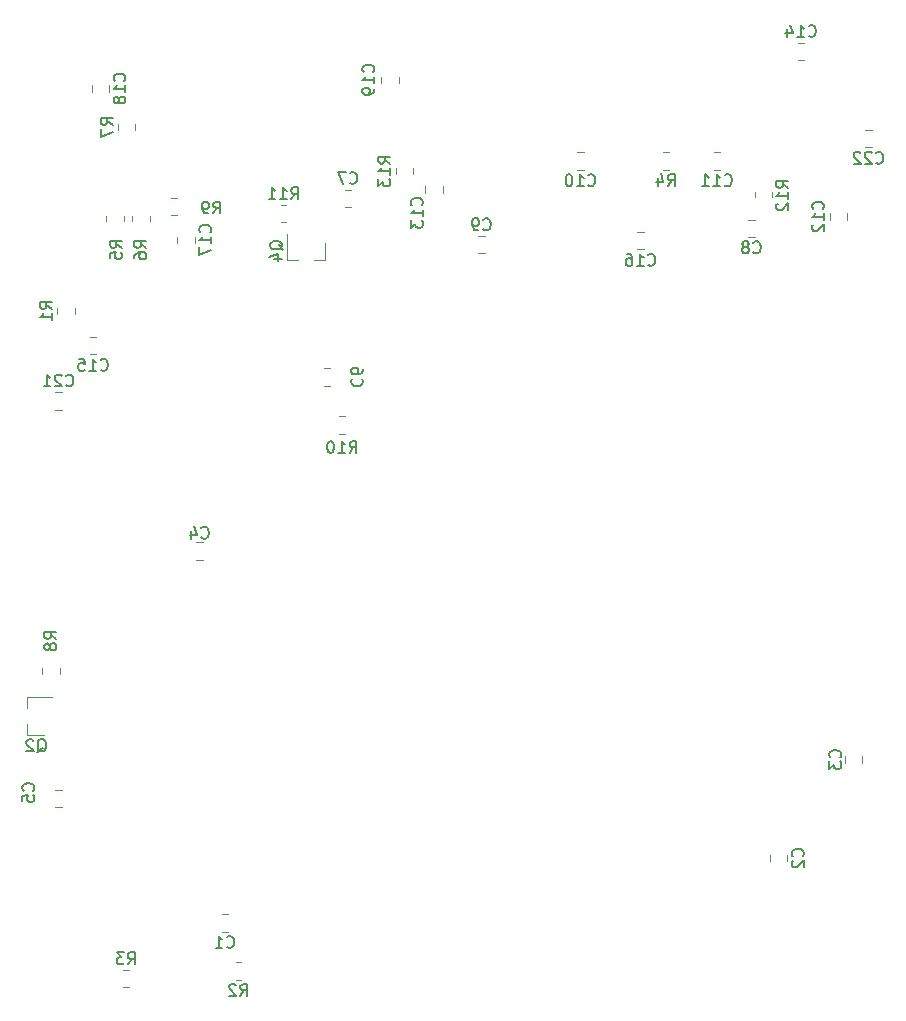
<source format=gbr>
%TF.GenerationSoftware,KiCad,Pcbnew,(5.1.9)-1*%
%TF.CreationDate,2022-02-06T01:16:42-05:00*%
%TF.ProjectId,main,6d61696e-2e6b-4696-9361-645f70636258,rev?*%
%TF.SameCoordinates,Original*%
%TF.FileFunction,Legend,Bot*%
%TF.FilePolarity,Positive*%
%FSLAX46Y46*%
G04 Gerber Fmt 4.6, Leading zero omitted, Abs format (unit mm)*
G04 Created by KiCad (PCBNEW (5.1.9)-1) date 2022-02-06 01:16:42*
%MOMM*%
%LPD*%
G01*
G04 APERTURE LIST*
%ADD10C,0.120000*%
%ADD11C,0.150000*%
G04 APERTURE END LIST*
D10*
%TO.C,C18*%
X41735000Y-26511252D02*
X41735000Y-25988748D01*
X40265000Y-26511252D02*
X40265000Y-25988748D01*
%TO.C,R7*%
X42515000Y-29272936D02*
X42515000Y-29727064D01*
X43985000Y-29272936D02*
X43985000Y-29727064D01*
%TO.C,R11*%
X56742064Y-37565000D02*
X56287936Y-37565000D01*
X56742064Y-36095000D02*
X56287936Y-36095000D01*
%TO.C,R8*%
X36095000Y-75792064D02*
X36095000Y-75337936D01*
X37565000Y-75792064D02*
X37565000Y-75337936D01*
%TO.C,R3*%
X43407064Y-102335000D02*
X42952936Y-102335000D01*
X43407064Y-100865000D02*
X42952936Y-100865000D01*
%TO.C,Q4*%
X60000000Y-40765000D02*
X60000000Y-39305000D01*
X56840000Y-40765000D02*
X56840000Y-38605000D01*
X56840000Y-40765000D02*
X57770000Y-40765000D01*
X60000000Y-40765000D02*
X59070000Y-40765000D01*
%TO.C,Q2*%
X34800000Y-80955000D02*
X36260000Y-80955000D01*
X34800000Y-77795000D02*
X36960000Y-77795000D01*
X34800000Y-77795000D02*
X34800000Y-78725000D01*
X34800000Y-80955000D02*
X34800000Y-80025000D01*
%TO.C,C17*%
X47525000Y-39316252D02*
X47525000Y-38793748D01*
X48995000Y-39316252D02*
X48995000Y-38793748D01*
%TO.C,C16*%
X86479748Y-38381000D02*
X87002252Y-38381000D01*
X86479748Y-39851000D02*
X87002252Y-39851000D01*
%TO.C,C15*%
X40124748Y-47271000D02*
X40647252Y-47271000D01*
X40124748Y-48741000D02*
X40647252Y-48741000D01*
%TO.C,C14*%
X100591252Y-23849000D02*
X100068748Y-23849000D01*
X100591252Y-22379000D02*
X100068748Y-22379000D01*
%TO.C,C13*%
X69985000Y-34538748D02*
X69985000Y-35061252D01*
X68515000Y-34538748D02*
X68515000Y-35061252D01*
%TO.C,C12*%
X104240000Y-36822748D02*
X104240000Y-37345252D01*
X102770000Y-36822748D02*
X102770000Y-37345252D01*
%TO.C,C11*%
X92956748Y-31650000D02*
X93479252Y-31650000D01*
X92956748Y-33120000D02*
X93479252Y-33120000D01*
%TO.C,C10*%
X81399748Y-31650000D02*
X81922252Y-31650000D01*
X81399748Y-33120000D02*
X81922252Y-33120000D01*
%TO.C,C9*%
X73540252Y-40220000D02*
X73017748Y-40220000D01*
X73540252Y-38750000D02*
X73017748Y-38750000D01*
%TO.C,C8*%
X96400252Y-38835000D02*
X95877748Y-38835000D01*
X96400252Y-37365000D02*
X95877748Y-37365000D01*
%TO.C,C7*%
X62237252Y-36295000D02*
X61714748Y-36295000D01*
X62237252Y-34825000D02*
X61714748Y-34825000D01*
%TO.C,R12*%
X97890000Y-34975436D02*
X97890000Y-35429564D01*
X96420000Y-34975436D02*
X96420000Y-35429564D01*
%TO.C,R9*%
X47477064Y-36985000D02*
X47022936Y-36985000D01*
X47477064Y-35515000D02*
X47022936Y-35515000D01*
%TO.C,R6*%
X45185000Y-37022936D02*
X45185000Y-37477064D01*
X43715000Y-37022936D02*
X43715000Y-37477064D01*
%TO.C,R5*%
X42985000Y-37022936D02*
X42985000Y-37477064D01*
X41515000Y-37022936D02*
X41515000Y-37477064D01*
%TO.C,R1*%
X38835000Y-44857936D02*
X38835000Y-45312064D01*
X37365000Y-44857936D02*
X37365000Y-45312064D01*
%TO.C,R13*%
X66015000Y-33022936D02*
X66015000Y-33477064D01*
X67485000Y-33022936D02*
X67485000Y-33477064D01*
%TO.C,R10*%
X61695064Y-54002000D02*
X61240936Y-54002000D01*
X61695064Y-55472000D02*
X61240936Y-55472000D01*
%TO.C,R4*%
X88672936Y-33120000D02*
X89127064Y-33120000D01*
X88672936Y-31650000D02*
X89127064Y-31650000D01*
%TO.C,R2*%
X52477936Y-101700000D02*
X52932064Y-101700000D01*
X52477936Y-100230000D02*
X52932064Y-100230000D01*
%TO.C,C22*%
X105783748Y-31215000D02*
X106306252Y-31215000D01*
X105783748Y-29745000D02*
X106306252Y-29745000D01*
%TO.C,C21*%
X37726252Y-51970000D02*
X37203748Y-51970000D01*
X37726252Y-53440000D02*
X37203748Y-53440000D01*
%TO.C,C19*%
X66267000Y-25238748D02*
X66267000Y-25761252D01*
X64797000Y-25238748D02*
X64797000Y-25761252D01*
%TO.C,C6*%
X59936748Y-49938000D02*
X60459252Y-49938000D01*
X59936748Y-51408000D02*
X60459252Y-51408000D01*
%TO.C,C5*%
X37726252Y-87095000D02*
X37203748Y-87095000D01*
X37726252Y-85625000D02*
X37203748Y-85625000D01*
%TO.C,C4*%
X49141748Y-64670000D02*
X49664252Y-64670000D01*
X49141748Y-66140000D02*
X49664252Y-66140000D01*
%TO.C,C3*%
X105510000Y-82796748D02*
X105510000Y-83319252D01*
X104040000Y-82796748D02*
X104040000Y-83319252D01*
%TO.C,C2*%
X97690000Y-91667952D02*
X97690000Y-91145448D01*
X99160000Y-91667952D02*
X99160000Y-91145448D01*
%TO.C,C1*%
X51300748Y-96166000D02*
X51823252Y-96166000D01*
X51300748Y-97636000D02*
X51823252Y-97636000D01*
%TO.C,C18*%
D11*
X43037142Y-25607142D02*
X43084761Y-25559523D01*
X43132380Y-25416666D01*
X43132380Y-25321428D01*
X43084761Y-25178571D01*
X42989523Y-25083333D01*
X42894285Y-25035714D01*
X42703809Y-24988095D01*
X42560952Y-24988095D01*
X42370476Y-25035714D01*
X42275238Y-25083333D01*
X42180000Y-25178571D01*
X42132380Y-25321428D01*
X42132380Y-25416666D01*
X42180000Y-25559523D01*
X42227619Y-25607142D01*
X43132380Y-26559523D02*
X43132380Y-25988095D01*
X43132380Y-26273809D02*
X42132380Y-26273809D01*
X42275238Y-26178571D01*
X42370476Y-26083333D01*
X42418095Y-25988095D01*
X42560952Y-27130952D02*
X42513333Y-27035714D01*
X42465714Y-26988095D01*
X42370476Y-26940476D01*
X42322857Y-26940476D01*
X42227619Y-26988095D01*
X42180000Y-27035714D01*
X42132380Y-27130952D01*
X42132380Y-27321428D01*
X42180000Y-27416666D01*
X42227619Y-27464285D01*
X42322857Y-27511904D01*
X42370476Y-27511904D01*
X42465714Y-27464285D01*
X42513333Y-27416666D01*
X42560952Y-27321428D01*
X42560952Y-27130952D01*
X42608571Y-27035714D01*
X42656190Y-26988095D01*
X42751428Y-26940476D01*
X42941904Y-26940476D01*
X43037142Y-26988095D01*
X43084761Y-27035714D01*
X43132380Y-27130952D01*
X43132380Y-27321428D01*
X43084761Y-27416666D01*
X43037142Y-27464285D01*
X42941904Y-27511904D01*
X42751428Y-27511904D01*
X42656190Y-27464285D01*
X42608571Y-27416666D01*
X42560952Y-27321428D01*
%TO.C,R7*%
X42052380Y-29333333D02*
X41576190Y-29000000D01*
X42052380Y-28761904D02*
X41052380Y-28761904D01*
X41052380Y-29142857D01*
X41100000Y-29238095D01*
X41147619Y-29285714D01*
X41242857Y-29333333D01*
X41385714Y-29333333D01*
X41480952Y-29285714D01*
X41528571Y-29238095D01*
X41576190Y-29142857D01*
X41576190Y-28761904D01*
X41052380Y-29666666D02*
X41052380Y-30333333D01*
X42052380Y-29904761D01*
%TO.C,R11*%
X57157857Y-35632380D02*
X57491190Y-35156190D01*
X57729285Y-35632380D02*
X57729285Y-34632380D01*
X57348333Y-34632380D01*
X57253095Y-34680000D01*
X57205476Y-34727619D01*
X57157857Y-34822857D01*
X57157857Y-34965714D01*
X57205476Y-35060952D01*
X57253095Y-35108571D01*
X57348333Y-35156190D01*
X57729285Y-35156190D01*
X56205476Y-35632380D02*
X56776904Y-35632380D01*
X56491190Y-35632380D02*
X56491190Y-34632380D01*
X56586428Y-34775238D01*
X56681666Y-34870476D01*
X56776904Y-34918095D01*
X55253095Y-35632380D02*
X55824523Y-35632380D01*
X55538809Y-35632380D02*
X55538809Y-34632380D01*
X55634047Y-34775238D01*
X55729285Y-34870476D01*
X55824523Y-34918095D01*
%TO.C,R8*%
X37282380Y-72858333D02*
X36806190Y-72525000D01*
X37282380Y-72286904D02*
X36282380Y-72286904D01*
X36282380Y-72667857D01*
X36330000Y-72763095D01*
X36377619Y-72810714D01*
X36472857Y-72858333D01*
X36615714Y-72858333D01*
X36710952Y-72810714D01*
X36758571Y-72763095D01*
X36806190Y-72667857D01*
X36806190Y-72286904D01*
X36710952Y-73429761D02*
X36663333Y-73334523D01*
X36615714Y-73286904D01*
X36520476Y-73239285D01*
X36472857Y-73239285D01*
X36377619Y-73286904D01*
X36330000Y-73334523D01*
X36282380Y-73429761D01*
X36282380Y-73620238D01*
X36330000Y-73715476D01*
X36377619Y-73763095D01*
X36472857Y-73810714D01*
X36520476Y-73810714D01*
X36615714Y-73763095D01*
X36663333Y-73715476D01*
X36710952Y-73620238D01*
X36710952Y-73429761D01*
X36758571Y-73334523D01*
X36806190Y-73286904D01*
X36901428Y-73239285D01*
X37091904Y-73239285D01*
X37187142Y-73286904D01*
X37234761Y-73334523D01*
X37282380Y-73429761D01*
X37282380Y-73620238D01*
X37234761Y-73715476D01*
X37187142Y-73763095D01*
X37091904Y-73810714D01*
X36901428Y-73810714D01*
X36806190Y-73763095D01*
X36758571Y-73715476D01*
X36710952Y-73620238D01*
%TO.C,R3*%
X43346666Y-100402380D02*
X43680000Y-99926190D01*
X43918095Y-100402380D02*
X43918095Y-99402380D01*
X43537142Y-99402380D01*
X43441904Y-99450000D01*
X43394285Y-99497619D01*
X43346666Y-99592857D01*
X43346666Y-99735714D01*
X43394285Y-99830952D01*
X43441904Y-99878571D01*
X43537142Y-99926190D01*
X43918095Y-99926190D01*
X43013333Y-99402380D02*
X42394285Y-99402380D01*
X42727619Y-99783333D01*
X42584761Y-99783333D01*
X42489523Y-99830952D01*
X42441904Y-99878571D01*
X42394285Y-99973809D01*
X42394285Y-100211904D01*
X42441904Y-100307142D01*
X42489523Y-100354761D01*
X42584761Y-100402380D01*
X42870476Y-100402380D01*
X42965714Y-100354761D01*
X43013333Y-100307142D01*
%TO.C,Q4*%
X56467619Y-39909761D02*
X56420000Y-39814523D01*
X56324761Y-39719285D01*
X56181904Y-39576428D01*
X56134285Y-39481190D01*
X56134285Y-39385952D01*
X56372380Y-39433571D02*
X56324761Y-39338333D01*
X56229523Y-39243095D01*
X56039047Y-39195476D01*
X55705714Y-39195476D01*
X55515238Y-39243095D01*
X55420000Y-39338333D01*
X55372380Y-39433571D01*
X55372380Y-39624047D01*
X55420000Y-39719285D01*
X55515238Y-39814523D01*
X55705714Y-39862142D01*
X56039047Y-39862142D01*
X56229523Y-39814523D01*
X56324761Y-39719285D01*
X56372380Y-39624047D01*
X56372380Y-39433571D01*
X55705714Y-40719285D02*
X56372380Y-40719285D01*
X55324761Y-40481190D02*
X56039047Y-40243095D01*
X56039047Y-40862142D01*
%TO.C,Q2*%
X35655238Y-82462619D02*
X35750476Y-82415000D01*
X35845714Y-82319761D01*
X35988571Y-82176904D01*
X36083809Y-82129285D01*
X36179047Y-82129285D01*
X36131428Y-82367380D02*
X36226666Y-82319761D01*
X36321904Y-82224523D01*
X36369523Y-82034047D01*
X36369523Y-81700714D01*
X36321904Y-81510238D01*
X36226666Y-81415000D01*
X36131428Y-81367380D01*
X35940952Y-81367380D01*
X35845714Y-81415000D01*
X35750476Y-81510238D01*
X35702857Y-81700714D01*
X35702857Y-82034047D01*
X35750476Y-82224523D01*
X35845714Y-82319761D01*
X35940952Y-82367380D01*
X36131428Y-82367380D01*
X35321904Y-81462619D02*
X35274285Y-81415000D01*
X35179047Y-81367380D01*
X34940952Y-81367380D01*
X34845714Y-81415000D01*
X34798095Y-81462619D01*
X34750476Y-81557857D01*
X34750476Y-81653095D01*
X34798095Y-81795952D01*
X35369523Y-82367380D01*
X34750476Y-82367380D01*
%TO.C,C17*%
X50297142Y-38412142D02*
X50344761Y-38364523D01*
X50392380Y-38221666D01*
X50392380Y-38126428D01*
X50344761Y-37983571D01*
X50249523Y-37888333D01*
X50154285Y-37840714D01*
X49963809Y-37793095D01*
X49820952Y-37793095D01*
X49630476Y-37840714D01*
X49535238Y-37888333D01*
X49440000Y-37983571D01*
X49392380Y-38126428D01*
X49392380Y-38221666D01*
X49440000Y-38364523D01*
X49487619Y-38412142D01*
X50392380Y-39364523D02*
X50392380Y-38793095D01*
X50392380Y-39078809D02*
X49392380Y-39078809D01*
X49535238Y-38983571D01*
X49630476Y-38888333D01*
X49678095Y-38793095D01*
X49392380Y-39697857D02*
X49392380Y-40364523D01*
X50392380Y-39935952D01*
%TO.C,C16*%
X87383857Y-41153142D02*
X87431476Y-41200761D01*
X87574333Y-41248380D01*
X87669571Y-41248380D01*
X87812428Y-41200761D01*
X87907666Y-41105523D01*
X87955285Y-41010285D01*
X88002904Y-40819809D01*
X88002904Y-40676952D01*
X87955285Y-40486476D01*
X87907666Y-40391238D01*
X87812428Y-40296000D01*
X87669571Y-40248380D01*
X87574333Y-40248380D01*
X87431476Y-40296000D01*
X87383857Y-40343619D01*
X86431476Y-41248380D02*
X87002904Y-41248380D01*
X86717190Y-41248380D02*
X86717190Y-40248380D01*
X86812428Y-40391238D01*
X86907666Y-40486476D01*
X87002904Y-40534095D01*
X85574333Y-40248380D02*
X85764809Y-40248380D01*
X85860047Y-40296000D01*
X85907666Y-40343619D01*
X86002904Y-40486476D01*
X86050523Y-40676952D01*
X86050523Y-41057904D01*
X86002904Y-41153142D01*
X85955285Y-41200761D01*
X85860047Y-41248380D01*
X85669571Y-41248380D01*
X85574333Y-41200761D01*
X85526714Y-41153142D01*
X85479095Y-41057904D01*
X85479095Y-40819809D01*
X85526714Y-40724571D01*
X85574333Y-40676952D01*
X85669571Y-40629333D01*
X85860047Y-40629333D01*
X85955285Y-40676952D01*
X86002904Y-40724571D01*
X86050523Y-40819809D01*
%TO.C,C15*%
X41028857Y-50043142D02*
X41076476Y-50090761D01*
X41219333Y-50138380D01*
X41314571Y-50138380D01*
X41457428Y-50090761D01*
X41552666Y-49995523D01*
X41600285Y-49900285D01*
X41647904Y-49709809D01*
X41647904Y-49566952D01*
X41600285Y-49376476D01*
X41552666Y-49281238D01*
X41457428Y-49186000D01*
X41314571Y-49138380D01*
X41219333Y-49138380D01*
X41076476Y-49186000D01*
X41028857Y-49233619D01*
X40076476Y-50138380D02*
X40647904Y-50138380D01*
X40362190Y-50138380D02*
X40362190Y-49138380D01*
X40457428Y-49281238D01*
X40552666Y-49376476D01*
X40647904Y-49424095D01*
X39171714Y-49138380D02*
X39647904Y-49138380D01*
X39695523Y-49614571D01*
X39647904Y-49566952D01*
X39552666Y-49519333D01*
X39314571Y-49519333D01*
X39219333Y-49566952D01*
X39171714Y-49614571D01*
X39124095Y-49709809D01*
X39124095Y-49947904D01*
X39171714Y-50043142D01*
X39219333Y-50090761D01*
X39314571Y-50138380D01*
X39552666Y-50138380D01*
X39647904Y-50090761D01*
X39695523Y-50043142D01*
%TO.C,C14*%
X100972857Y-21791142D02*
X101020476Y-21838761D01*
X101163333Y-21886380D01*
X101258571Y-21886380D01*
X101401428Y-21838761D01*
X101496666Y-21743523D01*
X101544285Y-21648285D01*
X101591904Y-21457809D01*
X101591904Y-21314952D01*
X101544285Y-21124476D01*
X101496666Y-21029238D01*
X101401428Y-20934000D01*
X101258571Y-20886380D01*
X101163333Y-20886380D01*
X101020476Y-20934000D01*
X100972857Y-20981619D01*
X100020476Y-21886380D02*
X100591904Y-21886380D01*
X100306190Y-21886380D02*
X100306190Y-20886380D01*
X100401428Y-21029238D01*
X100496666Y-21124476D01*
X100591904Y-21172095D01*
X99163333Y-21219714D02*
X99163333Y-21886380D01*
X99401428Y-20838761D02*
X99639523Y-21553047D01*
X99020476Y-21553047D01*
%TO.C,C13*%
X68210142Y-36128142D02*
X68257761Y-36080523D01*
X68305380Y-35937666D01*
X68305380Y-35842428D01*
X68257761Y-35699571D01*
X68162523Y-35604333D01*
X68067285Y-35556714D01*
X67876809Y-35509095D01*
X67733952Y-35509095D01*
X67543476Y-35556714D01*
X67448238Y-35604333D01*
X67353000Y-35699571D01*
X67305380Y-35842428D01*
X67305380Y-35937666D01*
X67353000Y-36080523D01*
X67400619Y-36128142D01*
X68305380Y-37080523D02*
X68305380Y-36509095D01*
X68305380Y-36794809D02*
X67305380Y-36794809D01*
X67448238Y-36699571D01*
X67543476Y-36604333D01*
X67591095Y-36509095D01*
X67305380Y-37413857D02*
X67305380Y-38032904D01*
X67686333Y-37699571D01*
X67686333Y-37842428D01*
X67733952Y-37937666D01*
X67781571Y-37985285D01*
X67876809Y-38032904D01*
X68114904Y-38032904D01*
X68210142Y-37985285D01*
X68257761Y-37937666D01*
X68305380Y-37842428D01*
X68305380Y-37556714D01*
X68257761Y-37461476D01*
X68210142Y-37413857D01*
%TO.C,C12*%
X102182142Y-36441142D02*
X102229761Y-36393523D01*
X102277380Y-36250666D01*
X102277380Y-36155428D01*
X102229761Y-36012571D01*
X102134523Y-35917333D01*
X102039285Y-35869714D01*
X101848809Y-35822095D01*
X101705952Y-35822095D01*
X101515476Y-35869714D01*
X101420238Y-35917333D01*
X101325000Y-36012571D01*
X101277380Y-36155428D01*
X101277380Y-36250666D01*
X101325000Y-36393523D01*
X101372619Y-36441142D01*
X102277380Y-37393523D02*
X102277380Y-36822095D01*
X102277380Y-37107809D02*
X101277380Y-37107809D01*
X101420238Y-37012571D01*
X101515476Y-36917333D01*
X101563095Y-36822095D01*
X101372619Y-37774476D02*
X101325000Y-37822095D01*
X101277380Y-37917333D01*
X101277380Y-38155428D01*
X101325000Y-38250666D01*
X101372619Y-38298285D01*
X101467857Y-38345904D01*
X101563095Y-38345904D01*
X101705952Y-38298285D01*
X102277380Y-37726857D01*
X102277380Y-38345904D01*
%TO.C,C11*%
X93860857Y-34422142D02*
X93908476Y-34469761D01*
X94051333Y-34517380D01*
X94146571Y-34517380D01*
X94289428Y-34469761D01*
X94384666Y-34374523D01*
X94432285Y-34279285D01*
X94479904Y-34088809D01*
X94479904Y-33945952D01*
X94432285Y-33755476D01*
X94384666Y-33660238D01*
X94289428Y-33565000D01*
X94146571Y-33517380D01*
X94051333Y-33517380D01*
X93908476Y-33565000D01*
X93860857Y-33612619D01*
X92908476Y-34517380D02*
X93479904Y-34517380D01*
X93194190Y-34517380D02*
X93194190Y-33517380D01*
X93289428Y-33660238D01*
X93384666Y-33755476D01*
X93479904Y-33803095D01*
X91956095Y-34517380D02*
X92527523Y-34517380D01*
X92241809Y-34517380D02*
X92241809Y-33517380D01*
X92337047Y-33660238D01*
X92432285Y-33755476D01*
X92527523Y-33803095D01*
%TO.C,C10*%
X82303857Y-34422142D02*
X82351476Y-34469761D01*
X82494333Y-34517380D01*
X82589571Y-34517380D01*
X82732428Y-34469761D01*
X82827666Y-34374523D01*
X82875285Y-34279285D01*
X82922904Y-34088809D01*
X82922904Y-33945952D01*
X82875285Y-33755476D01*
X82827666Y-33660238D01*
X82732428Y-33565000D01*
X82589571Y-33517380D01*
X82494333Y-33517380D01*
X82351476Y-33565000D01*
X82303857Y-33612619D01*
X81351476Y-34517380D02*
X81922904Y-34517380D01*
X81637190Y-34517380D02*
X81637190Y-33517380D01*
X81732428Y-33660238D01*
X81827666Y-33755476D01*
X81922904Y-33803095D01*
X80732428Y-33517380D02*
X80637190Y-33517380D01*
X80541952Y-33565000D01*
X80494333Y-33612619D01*
X80446714Y-33707857D01*
X80399095Y-33898333D01*
X80399095Y-34136428D01*
X80446714Y-34326904D01*
X80494333Y-34422142D01*
X80541952Y-34469761D01*
X80637190Y-34517380D01*
X80732428Y-34517380D01*
X80827666Y-34469761D01*
X80875285Y-34422142D01*
X80922904Y-34326904D01*
X80970523Y-34136428D01*
X80970523Y-33898333D01*
X80922904Y-33707857D01*
X80875285Y-33612619D01*
X80827666Y-33565000D01*
X80732428Y-33517380D01*
%TO.C,C9*%
X73445666Y-38162142D02*
X73493285Y-38209761D01*
X73636142Y-38257380D01*
X73731380Y-38257380D01*
X73874238Y-38209761D01*
X73969476Y-38114523D01*
X74017095Y-38019285D01*
X74064714Y-37828809D01*
X74064714Y-37685952D01*
X74017095Y-37495476D01*
X73969476Y-37400238D01*
X73874238Y-37305000D01*
X73731380Y-37257380D01*
X73636142Y-37257380D01*
X73493285Y-37305000D01*
X73445666Y-37352619D01*
X72969476Y-38257380D02*
X72779000Y-38257380D01*
X72683761Y-38209761D01*
X72636142Y-38162142D01*
X72540904Y-38019285D01*
X72493285Y-37828809D01*
X72493285Y-37447857D01*
X72540904Y-37352619D01*
X72588523Y-37305000D01*
X72683761Y-37257380D01*
X72874238Y-37257380D01*
X72969476Y-37305000D01*
X73017095Y-37352619D01*
X73064714Y-37447857D01*
X73064714Y-37685952D01*
X73017095Y-37781190D01*
X72969476Y-37828809D01*
X72874238Y-37876428D01*
X72683761Y-37876428D01*
X72588523Y-37828809D01*
X72540904Y-37781190D01*
X72493285Y-37685952D01*
%TO.C,C8*%
X96305666Y-40108142D02*
X96353285Y-40155761D01*
X96496142Y-40203380D01*
X96591380Y-40203380D01*
X96734238Y-40155761D01*
X96829476Y-40060523D01*
X96877095Y-39965285D01*
X96924714Y-39774809D01*
X96924714Y-39631952D01*
X96877095Y-39441476D01*
X96829476Y-39346238D01*
X96734238Y-39251000D01*
X96591380Y-39203380D01*
X96496142Y-39203380D01*
X96353285Y-39251000D01*
X96305666Y-39298619D01*
X95734238Y-39631952D02*
X95829476Y-39584333D01*
X95877095Y-39536714D01*
X95924714Y-39441476D01*
X95924714Y-39393857D01*
X95877095Y-39298619D01*
X95829476Y-39251000D01*
X95734238Y-39203380D01*
X95543761Y-39203380D01*
X95448523Y-39251000D01*
X95400904Y-39298619D01*
X95353285Y-39393857D01*
X95353285Y-39441476D01*
X95400904Y-39536714D01*
X95448523Y-39584333D01*
X95543761Y-39631952D01*
X95734238Y-39631952D01*
X95829476Y-39679571D01*
X95877095Y-39727190D01*
X95924714Y-39822428D01*
X95924714Y-40012904D01*
X95877095Y-40108142D01*
X95829476Y-40155761D01*
X95734238Y-40203380D01*
X95543761Y-40203380D01*
X95448523Y-40155761D01*
X95400904Y-40108142D01*
X95353285Y-40012904D01*
X95353285Y-39822428D01*
X95400904Y-39727190D01*
X95448523Y-39679571D01*
X95543761Y-39631952D01*
%TO.C,C7*%
X62142666Y-34237142D02*
X62190285Y-34284761D01*
X62333142Y-34332380D01*
X62428380Y-34332380D01*
X62571238Y-34284761D01*
X62666476Y-34189523D01*
X62714095Y-34094285D01*
X62761714Y-33903809D01*
X62761714Y-33760952D01*
X62714095Y-33570476D01*
X62666476Y-33475238D01*
X62571238Y-33380000D01*
X62428380Y-33332380D01*
X62333142Y-33332380D01*
X62190285Y-33380000D01*
X62142666Y-33427619D01*
X61809333Y-33332380D02*
X61142666Y-33332380D01*
X61571238Y-34332380D01*
%TO.C,R12*%
X99258380Y-34663142D02*
X98782190Y-34329809D01*
X99258380Y-34091714D02*
X98258380Y-34091714D01*
X98258380Y-34472666D01*
X98306000Y-34567904D01*
X98353619Y-34615523D01*
X98448857Y-34663142D01*
X98591714Y-34663142D01*
X98686952Y-34615523D01*
X98734571Y-34567904D01*
X98782190Y-34472666D01*
X98782190Y-34091714D01*
X99258380Y-35615523D02*
X99258380Y-35044095D01*
X99258380Y-35329809D02*
X98258380Y-35329809D01*
X98401238Y-35234571D01*
X98496476Y-35139333D01*
X98544095Y-35044095D01*
X98353619Y-35996476D02*
X98306000Y-36044095D01*
X98258380Y-36139333D01*
X98258380Y-36377428D01*
X98306000Y-36472666D01*
X98353619Y-36520285D01*
X98448857Y-36567904D01*
X98544095Y-36567904D01*
X98686952Y-36520285D01*
X99258380Y-35948857D01*
X99258380Y-36567904D01*
%TO.C,R9*%
X50591666Y-36829380D02*
X50925000Y-36353190D01*
X51163095Y-36829380D02*
X51163095Y-35829380D01*
X50782142Y-35829380D01*
X50686904Y-35877000D01*
X50639285Y-35924619D01*
X50591666Y-36019857D01*
X50591666Y-36162714D01*
X50639285Y-36257952D01*
X50686904Y-36305571D01*
X50782142Y-36353190D01*
X51163095Y-36353190D01*
X50115476Y-36829380D02*
X49925000Y-36829380D01*
X49829761Y-36781761D01*
X49782142Y-36734142D01*
X49686904Y-36591285D01*
X49639285Y-36400809D01*
X49639285Y-36019857D01*
X49686904Y-35924619D01*
X49734523Y-35877000D01*
X49829761Y-35829380D01*
X50020238Y-35829380D01*
X50115476Y-35877000D01*
X50163095Y-35924619D01*
X50210714Y-36019857D01*
X50210714Y-36257952D01*
X50163095Y-36353190D01*
X50115476Y-36400809D01*
X50020238Y-36448428D01*
X49829761Y-36448428D01*
X49734523Y-36400809D01*
X49686904Y-36353190D01*
X49639285Y-36257952D01*
%TO.C,R6*%
X44902380Y-39750333D02*
X44426190Y-39417000D01*
X44902380Y-39178904D02*
X43902380Y-39178904D01*
X43902380Y-39559857D01*
X43950000Y-39655095D01*
X43997619Y-39702714D01*
X44092857Y-39750333D01*
X44235714Y-39750333D01*
X44330952Y-39702714D01*
X44378571Y-39655095D01*
X44426190Y-39559857D01*
X44426190Y-39178904D01*
X43902380Y-40607476D02*
X43902380Y-40417000D01*
X43950000Y-40321761D01*
X43997619Y-40274142D01*
X44140476Y-40178904D01*
X44330952Y-40131285D01*
X44711904Y-40131285D01*
X44807142Y-40178904D01*
X44854761Y-40226523D01*
X44902380Y-40321761D01*
X44902380Y-40512238D01*
X44854761Y-40607476D01*
X44807142Y-40655095D01*
X44711904Y-40702714D01*
X44473809Y-40702714D01*
X44378571Y-40655095D01*
X44330952Y-40607476D01*
X44283333Y-40512238D01*
X44283333Y-40321761D01*
X44330952Y-40226523D01*
X44378571Y-40178904D01*
X44473809Y-40131285D01*
%TO.C,R5*%
X42829380Y-39726833D02*
X42353190Y-39393500D01*
X42829380Y-39155404D02*
X41829380Y-39155404D01*
X41829380Y-39536357D01*
X41877000Y-39631595D01*
X41924619Y-39679214D01*
X42019857Y-39726833D01*
X42162714Y-39726833D01*
X42257952Y-39679214D01*
X42305571Y-39631595D01*
X42353190Y-39536357D01*
X42353190Y-39155404D01*
X41829380Y-40631595D02*
X41829380Y-40155404D01*
X42305571Y-40107785D01*
X42257952Y-40155404D01*
X42210333Y-40250642D01*
X42210333Y-40488738D01*
X42257952Y-40583976D01*
X42305571Y-40631595D01*
X42400809Y-40679214D01*
X42638904Y-40679214D01*
X42734142Y-40631595D01*
X42781761Y-40583976D01*
X42829380Y-40488738D01*
X42829380Y-40250642D01*
X42781761Y-40155404D01*
X42734142Y-40107785D01*
%TO.C,R1*%
X36902380Y-44918333D02*
X36426190Y-44585000D01*
X36902380Y-44346904D02*
X35902380Y-44346904D01*
X35902380Y-44727857D01*
X35950000Y-44823095D01*
X35997619Y-44870714D01*
X36092857Y-44918333D01*
X36235714Y-44918333D01*
X36330952Y-44870714D01*
X36378571Y-44823095D01*
X36426190Y-44727857D01*
X36426190Y-44346904D01*
X36902380Y-45870714D02*
X36902380Y-45299285D01*
X36902380Y-45585000D02*
X35902380Y-45585000D01*
X36045238Y-45489761D01*
X36140476Y-45394523D01*
X36188095Y-45299285D01*
%TO.C,R13*%
X65552380Y-32607142D02*
X65076190Y-32273809D01*
X65552380Y-32035714D02*
X64552380Y-32035714D01*
X64552380Y-32416666D01*
X64600000Y-32511904D01*
X64647619Y-32559523D01*
X64742857Y-32607142D01*
X64885714Y-32607142D01*
X64980952Y-32559523D01*
X65028571Y-32511904D01*
X65076190Y-32416666D01*
X65076190Y-32035714D01*
X65552380Y-33559523D02*
X65552380Y-32988095D01*
X65552380Y-33273809D02*
X64552380Y-33273809D01*
X64695238Y-33178571D01*
X64790476Y-33083333D01*
X64838095Y-32988095D01*
X64552380Y-33892857D02*
X64552380Y-34511904D01*
X64933333Y-34178571D01*
X64933333Y-34321428D01*
X64980952Y-34416666D01*
X65028571Y-34464285D01*
X65123809Y-34511904D01*
X65361904Y-34511904D01*
X65457142Y-34464285D01*
X65504761Y-34416666D01*
X65552380Y-34321428D01*
X65552380Y-34035714D01*
X65504761Y-33940476D01*
X65457142Y-33892857D01*
%TO.C,R10*%
X62110857Y-57094380D02*
X62444190Y-56618190D01*
X62682285Y-57094380D02*
X62682285Y-56094380D01*
X62301333Y-56094380D01*
X62206095Y-56142000D01*
X62158476Y-56189619D01*
X62110857Y-56284857D01*
X62110857Y-56427714D01*
X62158476Y-56522952D01*
X62206095Y-56570571D01*
X62301333Y-56618190D01*
X62682285Y-56618190D01*
X61158476Y-57094380D02*
X61729904Y-57094380D01*
X61444190Y-57094380D02*
X61444190Y-56094380D01*
X61539428Y-56237238D01*
X61634666Y-56332476D01*
X61729904Y-56380095D01*
X60539428Y-56094380D02*
X60444190Y-56094380D01*
X60348952Y-56142000D01*
X60301333Y-56189619D01*
X60253714Y-56284857D01*
X60206095Y-56475333D01*
X60206095Y-56713428D01*
X60253714Y-56903904D01*
X60301333Y-56999142D01*
X60348952Y-57046761D01*
X60444190Y-57094380D01*
X60539428Y-57094380D01*
X60634666Y-57046761D01*
X60682285Y-56999142D01*
X60729904Y-56903904D01*
X60777523Y-56713428D01*
X60777523Y-56475333D01*
X60729904Y-56284857D01*
X60682285Y-56189619D01*
X60634666Y-56142000D01*
X60539428Y-56094380D01*
%TO.C,R4*%
X89066666Y-34487380D02*
X89400000Y-34011190D01*
X89638095Y-34487380D02*
X89638095Y-33487380D01*
X89257142Y-33487380D01*
X89161904Y-33535000D01*
X89114285Y-33582619D01*
X89066666Y-33677857D01*
X89066666Y-33820714D01*
X89114285Y-33915952D01*
X89161904Y-33963571D01*
X89257142Y-34011190D01*
X89638095Y-34011190D01*
X88209523Y-33820714D02*
X88209523Y-34487380D01*
X88447619Y-33439761D02*
X88685714Y-34154047D01*
X88066666Y-34154047D01*
%TO.C,R2*%
X52871666Y-103067380D02*
X53205000Y-102591190D01*
X53443095Y-103067380D02*
X53443095Y-102067380D01*
X53062142Y-102067380D01*
X52966904Y-102115000D01*
X52919285Y-102162619D01*
X52871666Y-102257857D01*
X52871666Y-102400714D01*
X52919285Y-102495952D01*
X52966904Y-102543571D01*
X53062142Y-102591190D01*
X53443095Y-102591190D01*
X52490714Y-102162619D02*
X52443095Y-102115000D01*
X52347857Y-102067380D01*
X52109761Y-102067380D01*
X52014523Y-102115000D01*
X51966904Y-102162619D01*
X51919285Y-102257857D01*
X51919285Y-102353095D01*
X51966904Y-102495952D01*
X52538333Y-103067380D01*
X51919285Y-103067380D01*
%TO.C,C22*%
X106687857Y-32517142D02*
X106735476Y-32564761D01*
X106878333Y-32612380D01*
X106973571Y-32612380D01*
X107116428Y-32564761D01*
X107211666Y-32469523D01*
X107259285Y-32374285D01*
X107306904Y-32183809D01*
X107306904Y-32040952D01*
X107259285Y-31850476D01*
X107211666Y-31755238D01*
X107116428Y-31660000D01*
X106973571Y-31612380D01*
X106878333Y-31612380D01*
X106735476Y-31660000D01*
X106687857Y-31707619D01*
X106306904Y-31707619D02*
X106259285Y-31660000D01*
X106164047Y-31612380D01*
X105925952Y-31612380D01*
X105830714Y-31660000D01*
X105783095Y-31707619D01*
X105735476Y-31802857D01*
X105735476Y-31898095D01*
X105783095Y-32040952D01*
X106354523Y-32612380D01*
X105735476Y-32612380D01*
X105354523Y-31707619D02*
X105306904Y-31660000D01*
X105211666Y-31612380D01*
X104973571Y-31612380D01*
X104878333Y-31660000D01*
X104830714Y-31707619D01*
X104783095Y-31802857D01*
X104783095Y-31898095D01*
X104830714Y-32040952D01*
X105402142Y-32612380D01*
X104783095Y-32612380D01*
%TO.C,C21*%
X38107857Y-51382142D02*
X38155476Y-51429761D01*
X38298333Y-51477380D01*
X38393571Y-51477380D01*
X38536428Y-51429761D01*
X38631666Y-51334523D01*
X38679285Y-51239285D01*
X38726904Y-51048809D01*
X38726904Y-50905952D01*
X38679285Y-50715476D01*
X38631666Y-50620238D01*
X38536428Y-50525000D01*
X38393571Y-50477380D01*
X38298333Y-50477380D01*
X38155476Y-50525000D01*
X38107857Y-50572619D01*
X37726904Y-50572619D02*
X37679285Y-50525000D01*
X37584047Y-50477380D01*
X37345952Y-50477380D01*
X37250714Y-50525000D01*
X37203095Y-50572619D01*
X37155476Y-50667857D01*
X37155476Y-50763095D01*
X37203095Y-50905952D01*
X37774523Y-51477380D01*
X37155476Y-51477380D01*
X36203095Y-51477380D02*
X36774523Y-51477380D01*
X36488809Y-51477380D02*
X36488809Y-50477380D01*
X36584047Y-50620238D01*
X36679285Y-50715476D01*
X36774523Y-50763095D01*
%TO.C,C19*%
X64111142Y-24857142D02*
X64158761Y-24809523D01*
X64206380Y-24666666D01*
X64206380Y-24571428D01*
X64158761Y-24428571D01*
X64063523Y-24333333D01*
X63968285Y-24285714D01*
X63777809Y-24238095D01*
X63634952Y-24238095D01*
X63444476Y-24285714D01*
X63349238Y-24333333D01*
X63254000Y-24428571D01*
X63206380Y-24571428D01*
X63206380Y-24666666D01*
X63254000Y-24809523D01*
X63301619Y-24857142D01*
X64206380Y-25809523D02*
X64206380Y-25238095D01*
X64206380Y-25523809D02*
X63206380Y-25523809D01*
X63349238Y-25428571D01*
X63444476Y-25333333D01*
X63492095Y-25238095D01*
X64206380Y-26285714D02*
X64206380Y-26476190D01*
X64158761Y-26571428D01*
X64111142Y-26619047D01*
X63968285Y-26714285D01*
X63777809Y-26761904D01*
X63396857Y-26761904D01*
X63301619Y-26714285D01*
X63254000Y-26666666D01*
X63206380Y-26571428D01*
X63206380Y-26380952D01*
X63254000Y-26285714D01*
X63301619Y-26238095D01*
X63396857Y-26190476D01*
X63634952Y-26190476D01*
X63730190Y-26238095D01*
X63777809Y-26285714D01*
X63825428Y-26380952D01*
X63825428Y-26571428D01*
X63777809Y-26666666D01*
X63730190Y-26714285D01*
X63634952Y-26761904D01*
%TO.C,C6*%
X62340857Y-50839666D02*
X62293238Y-50887285D01*
X62245619Y-51030142D01*
X62245619Y-51125380D01*
X62293238Y-51268238D01*
X62388476Y-51363476D01*
X62483714Y-51411095D01*
X62674190Y-51458714D01*
X62817047Y-51458714D01*
X63007523Y-51411095D01*
X63102761Y-51363476D01*
X63198000Y-51268238D01*
X63245619Y-51125380D01*
X63245619Y-51030142D01*
X63198000Y-50887285D01*
X63150380Y-50839666D01*
X63245619Y-49982523D02*
X63245619Y-50173000D01*
X63198000Y-50268238D01*
X63150380Y-50315857D01*
X63007523Y-50411095D01*
X62817047Y-50458714D01*
X62436095Y-50458714D01*
X62340857Y-50411095D01*
X62293238Y-50363476D01*
X62245619Y-50268238D01*
X62245619Y-50077761D01*
X62293238Y-49982523D01*
X62340857Y-49934904D01*
X62436095Y-49887285D01*
X62674190Y-49887285D01*
X62769428Y-49934904D01*
X62817047Y-49982523D01*
X62864666Y-50077761D01*
X62864666Y-50268238D01*
X62817047Y-50363476D01*
X62769428Y-50411095D01*
X62674190Y-50458714D01*
%TO.C,C5*%
X35322142Y-85693333D02*
X35369761Y-85645714D01*
X35417380Y-85502857D01*
X35417380Y-85407619D01*
X35369761Y-85264761D01*
X35274523Y-85169523D01*
X35179285Y-85121904D01*
X34988809Y-85074285D01*
X34845952Y-85074285D01*
X34655476Y-85121904D01*
X34560238Y-85169523D01*
X34465000Y-85264761D01*
X34417380Y-85407619D01*
X34417380Y-85502857D01*
X34465000Y-85645714D01*
X34512619Y-85693333D01*
X34417380Y-86598095D02*
X34417380Y-86121904D01*
X34893571Y-86074285D01*
X34845952Y-86121904D01*
X34798333Y-86217142D01*
X34798333Y-86455238D01*
X34845952Y-86550476D01*
X34893571Y-86598095D01*
X34988809Y-86645714D01*
X35226904Y-86645714D01*
X35322142Y-86598095D01*
X35369761Y-86550476D01*
X35417380Y-86455238D01*
X35417380Y-86217142D01*
X35369761Y-86121904D01*
X35322142Y-86074285D01*
%TO.C,C4*%
X49569666Y-64262142D02*
X49617285Y-64309761D01*
X49760142Y-64357380D01*
X49855380Y-64357380D01*
X49998238Y-64309761D01*
X50093476Y-64214523D01*
X50141095Y-64119285D01*
X50188714Y-63928809D01*
X50188714Y-63785952D01*
X50141095Y-63595476D01*
X50093476Y-63500238D01*
X49998238Y-63405000D01*
X49855380Y-63357380D01*
X49760142Y-63357380D01*
X49617285Y-63405000D01*
X49569666Y-63452619D01*
X48712523Y-63690714D02*
X48712523Y-64357380D01*
X48950619Y-63309761D02*
X49188714Y-64024047D01*
X48569666Y-64024047D01*
%TO.C,C3*%
X103632142Y-82891333D02*
X103679761Y-82843714D01*
X103727380Y-82700857D01*
X103727380Y-82605619D01*
X103679761Y-82462761D01*
X103584523Y-82367523D01*
X103489285Y-82319904D01*
X103298809Y-82272285D01*
X103155952Y-82272285D01*
X102965476Y-82319904D01*
X102870238Y-82367523D01*
X102775000Y-82462761D01*
X102727380Y-82605619D01*
X102727380Y-82700857D01*
X102775000Y-82843714D01*
X102822619Y-82891333D01*
X102727380Y-83224666D02*
X102727380Y-83843714D01*
X103108333Y-83510380D01*
X103108333Y-83653238D01*
X103155952Y-83748476D01*
X103203571Y-83796095D01*
X103298809Y-83843714D01*
X103536904Y-83843714D01*
X103632142Y-83796095D01*
X103679761Y-83748476D01*
X103727380Y-83653238D01*
X103727380Y-83367523D01*
X103679761Y-83272285D01*
X103632142Y-83224666D01*
%TO.C,C2*%
X100462142Y-91240033D02*
X100509761Y-91192414D01*
X100557380Y-91049557D01*
X100557380Y-90954319D01*
X100509761Y-90811461D01*
X100414523Y-90716223D01*
X100319285Y-90668604D01*
X100128809Y-90620985D01*
X99985952Y-90620985D01*
X99795476Y-90668604D01*
X99700238Y-90716223D01*
X99605000Y-90811461D01*
X99557380Y-90954319D01*
X99557380Y-91049557D01*
X99605000Y-91192414D01*
X99652619Y-91240033D01*
X99652619Y-91620985D02*
X99605000Y-91668604D01*
X99557380Y-91763842D01*
X99557380Y-92001938D01*
X99605000Y-92097176D01*
X99652619Y-92144795D01*
X99747857Y-92192414D01*
X99843095Y-92192414D01*
X99985952Y-92144795D01*
X100557380Y-91573366D01*
X100557380Y-92192414D01*
%TO.C,C1*%
X51728666Y-98909142D02*
X51776285Y-98956761D01*
X51919142Y-99004380D01*
X52014380Y-99004380D01*
X52157238Y-98956761D01*
X52252476Y-98861523D01*
X52300095Y-98766285D01*
X52347714Y-98575809D01*
X52347714Y-98432952D01*
X52300095Y-98242476D01*
X52252476Y-98147238D01*
X52157238Y-98052000D01*
X52014380Y-98004380D01*
X51919142Y-98004380D01*
X51776285Y-98052000D01*
X51728666Y-98099619D01*
X50776285Y-99004380D02*
X51347714Y-99004380D01*
X51062000Y-99004380D02*
X51062000Y-98004380D01*
X51157238Y-98147238D01*
X51252476Y-98242476D01*
X51347714Y-98290095D01*
%TD*%
M02*

</source>
